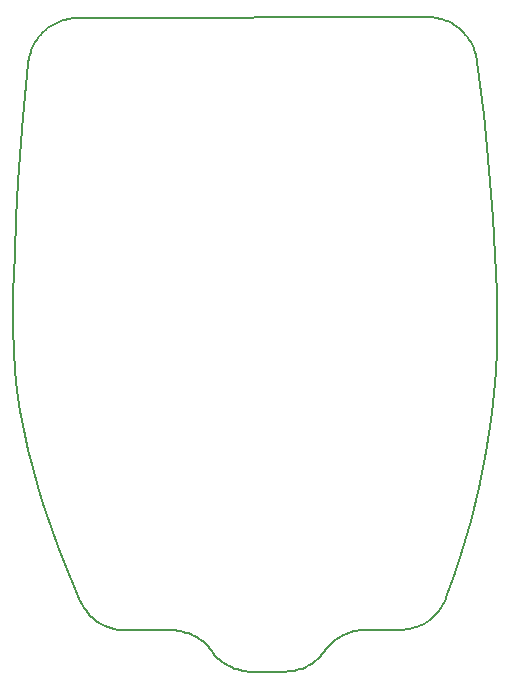
<source format=gbr>
%TF.GenerationSoftware,KiCad,Pcbnew,8.0.5*%
%TF.CreationDate,2024-09-21T17:09:33+02:00*%
%TF.ProjectId,sao_proto,73616f5f-7072-46f7-946f-2e6b69636164,rev?*%
%TF.SameCoordinates,Original*%
%TF.FileFunction,Profile,NP*%
%FSLAX46Y46*%
G04 Gerber Fmt 4.6, Leading zero omitted, Abs format (unit mm)*
G04 Created by KiCad (PCBNEW 8.0.5) date 2024-09-21 17:09:33*
%MOMM*%
%LPD*%
G01*
G04 APERTURE LIST*
%TA.AperFunction,Profile*%
%ADD10C,0.165255*%
%TD*%
G04 APERTURE END LIST*
D10*
X158459941Y-72293969D02*
X158653203Y-72307320D01*
X158844173Y-72329715D01*
X159032635Y-72360959D01*
X159218371Y-72400857D01*
X159401163Y-72449214D01*
X159580794Y-72505835D01*
X159757046Y-72570525D01*
X159929701Y-72643090D01*
X160098542Y-72723333D01*
X160263351Y-72811062D01*
X160423911Y-72906079D01*
X160580005Y-73008192D01*
X160731414Y-73117203D01*
X160877921Y-73232920D01*
X161019308Y-73355147D01*
X161155358Y-73483688D01*
X161285854Y-73618349D01*
X161410577Y-73758936D01*
X161529310Y-73905252D01*
X161641836Y-74057104D01*
X161747937Y-74214296D01*
X161847395Y-74376633D01*
X161939993Y-74543920D01*
X162025514Y-74715964D01*
X162103739Y-74892567D01*
X162174451Y-75073537D01*
X162237433Y-75258677D01*
X162292466Y-75447793D01*
X162339334Y-75640689D01*
X162377819Y-75837172D01*
X162407703Y-76037046D01*
X162946338Y-80577331D01*
X163229136Y-83289779D01*
X163498952Y-86210444D01*
X163739313Y-89274336D01*
X163933743Y-92416466D01*
X164065768Y-95571843D01*
X164118911Y-98675477D01*
X164092185Y-100505656D01*
X164006197Y-102303671D01*
X163866677Y-104064721D01*
X163679358Y-105784005D01*
X163449971Y-107456721D01*
X163184249Y-109078068D01*
X162566727Y-112147449D01*
X161872647Y-114953736D01*
X161147864Y-117458519D01*
X160438234Y-119623386D01*
X159789611Y-121409927D01*
X159728103Y-121562897D01*
X159661437Y-121712447D01*
X159589744Y-121858485D01*
X159513158Y-122000917D01*
X159431811Y-122139651D01*
X159345836Y-122274593D01*
X159255365Y-122405651D01*
X159160530Y-122532732D01*
X159061465Y-122655742D01*
X158958301Y-122774590D01*
X158851171Y-122889182D01*
X158740208Y-122999425D01*
X158625545Y-123105226D01*
X158507313Y-123206493D01*
X158385645Y-123303132D01*
X158260674Y-123395051D01*
X158132533Y-123482157D01*
X158001353Y-123564356D01*
X157867268Y-123641556D01*
X157730410Y-123713664D01*
X157590911Y-123780588D01*
X157448904Y-123842233D01*
X157304522Y-123898508D01*
X157157897Y-123949319D01*
X157009161Y-123994573D01*
X156858448Y-124034178D01*
X156705889Y-124068041D01*
X156551617Y-124096068D01*
X156395764Y-124118168D01*
X156238464Y-124134246D01*
X156079849Y-124144210D01*
X155920051Y-124147968D01*
X152900209Y-124154842D01*
X152662741Y-124162600D01*
X152427488Y-124184127D01*
X152194944Y-124219173D01*
X151965603Y-124267484D01*
X151739957Y-124328811D01*
X151518501Y-124402901D01*
X151301727Y-124489503D01*
X151090129Y-124588365D01*
X150884201Y-124699236D01*
X150684436Y-124821865D01*
X150491327Y-124956000D01*
X150305368Y-125101389D01*
X150127053Y-125257781D01*
X149956875Y-125424925D01*
X149795326Y-125602569D01*
X149642902Y-125790462D01*
X149450305Y-126045963D01*
X149297836Y-126234486D01*
X149136179Y-126412675D01*
X148965841Y-126580280D01*
X148787332Y-126737048D01*
X148601160Y-126882729D01*
X148407834Y-127017072D01*
X148207863Y-127139824D01*
X148001755Y-127250736D01*
X147790018Y-127349554D01*
X147573162Y-127436029D01*
X147351696Y-127509909D01*
X147126126Y-127570943D01*
X146896964Y-127618879D01*
X146664716Y-127653467D01*
X146429892Y-127674454D01*
X146193000Y-127681590D01*
X143287164Y-127689689D01*
X143040016Y-127682801D01*
X142795199Y-127660956D01*
X142553273Y-127624437D01*
X142314796Y-127573529D01*
X142080327Y-127508515D01*
X141850426Y-127429679D01*
X141625650Y-127337304D01*
X141406560Y-127231675D01*
X141193714Y-127113075D01*
X140987671Y-126981788D01*
X140788990Y-126838097D01*
X140598230Y-126682287D01*
X140415950Y-126514641D01*
X140242709Y-126335443D01*
X140079065Y-126144977D01*
X139925578Y-125943527D01*
X139772699Y-125742083D01*
X139609581Y-125551622D01*
X139436785Y-125372429D01*
X139254869Y-125204787D01*
X139064393Y-125048981D01*
X138865914Y-124905292D01*
X138659992Y-124774007D01*
X138447187Y-124655407D01*
X138228056Y-124549778D01*
X138003160Y-124457402D01*
X137773056Y-124378564D01*
X137538304Y-124313547D01*
X137299462Y-124262635D01*
X137057091Y-124226112D01*
X136811748Y-124204262D01*
X136563993Y-124197368D01*
X132593954Y-124208324D01*
X132291316Y-124197791D01*
X131993015Y-124165091D01*
X131700002Y-124110825D01*
X131413227Y-124035597D01*
X131133641Y-123940009D01*
X130862194Y-123824662D01*
X130599837Y-123690161D01*
X130347520Y-123537106D01*
X130106194Y-123366100D01*
X129876809Y-123177746D01*
X129660316Y-122972647D01*
X129457666Y-122751404D01*
X129269808Y-122514619D01*
X129097694Y-122262896D01*
X128942274Y-121996837D01*
X128804499Y-121717044D01*
X127998353Y-119852769D01*
X127092416Y-117575318D01*
X126150226Y-114948175D01*
X125685392Y-113523308D01*
X125235322Y-112034825D01*
X124807959Y-110490660D01*
X124411245Y-108898750D01*
X124053121Y-107267031D01*
X123741532Y-105603436D01*
X123484418Y-103915903D01*
X123289723Y-102212366D01*
X123165389Y-100500761D01*
X123119358Y-98789024D01*
X123147206Y-95621085D01*
X123237102Y-92439140D01*
X123376532Y-89300154D01*
X123552979Y-86261091D01*
X123966861Y-80710592D01*
X124378622Y-76243357D01*
X124403695Y-76038900D01*
X124437707Y-75837747D01*
X124480436Y-75640105D01*
X124531660Y-75446183D01*
X124591158Y-75256189D01*
X124658707Y-75070330D01*
X124734087Y-74888814D01*
X124817076Y-74711850D01*
X124907452Y-74539645D01*
X125004994Y-74372407D01*
X125109479Y-74210343D01*
X125220687Y-74053663D01*
X125338396Y-73902573D01*
X125462383Y-73757281D01*
X125592428Y-73617996D01*
X125728309Y-73484925D01*
X125869804Y-73358277D01*
X126016692Y-73238258D01*
X126168751Y-73125077D01*
X126325759Y-73018943D01*
X126487495Y-72920062D01*
X126653737Y-72828642D01*
X126824264Y-72744892D01*
X126998854Y-72669020D01*
X127177285Y-72601232D01*
X127359335Y-72541738D01*
X127544784Y-72490745D01*
X127733409Y-72448461D01*
X127924990Y-72415094D01*
X128119303Y-72390851D01*
X128316128Y-72375941D01*
X128515243Y-72370572D01*
X158264606Y-72289856D01*
X158459941Y-72293969D01*
M02*

</source>
